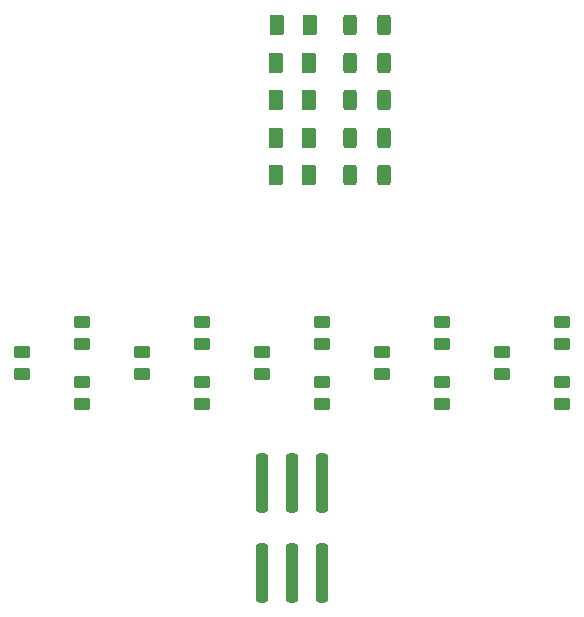
<source format=gbr>
%TF.GenerationSoftware,KiCad,Pcbnew,9.0.6*%
%TF.CreationDate,2025-11-09T23:23:57-08:00*%
%TF.ProjectId,mfzh25_token,6d667a68-3235-45f7-946f-6b656e2e6b69,rev?*%
%TF.SameCoordinates,Original*%
%TF.FileFunction,Paste,Bot*%
%TF.FilePolarity,Positive*%
%FSLAX46Y46*%
G04 Gerber Fmt 4.6, Leading zero omitted, Abs format (unit mm)*
G04 Created by KiCad (PCBNEW 9.0.6) date 2025-11-09 23:23:57*
%MOMM*%
%LPD*%
G01*
G04 APERTURE LIST*
G04 Aperture macros list*
%AMRoundRect*
0 Rectangle with rounded corners*
0 $1 Rounding radius*
0 $2 $3 $4 $5 $6 $7 $8 $9 X,Y pos of 4 corners*
0 Add a 4 corners polygon primitive as box body*
4,1,4,$2,$3,$4,$5,$6,$7,$8,$9,$2,$3,0*
0 Add four circle primitives for the rounded corners*
1,1,$1+$1,$2,$3*
1,1,$1+$1,$4,$5*
1,1,$1+$1,$6,$7*
1,1,$1+$1,$8,$9*
0 Add four rect primitives between the rounded corners*
20,1,$1+$1,$2,$3,$4,$5,0*
20,1,$1+$1,$4,$5,$6,$7,0*
20,1,$1+$1,$6,$7,$8,$9,0*
20,1,$1+$1,$8,$9,$2,$3,0*%
G04 Aperture macros list end*
%ADD10RoundRect,0.250000X0.450000X-0.262500X0.450000X0.262500X-0.450000X0.262500X-0.450000X-0.262500X0*%
%ADD11RoundRect,0.250000X0.375000X0.625000X-0.375000X0.625000X-0.375000X-0.625000X0.375000X-0.625000X0*%
%ADD12RoundRect,0.250000X-0.450000X0.262500X-0.450000X-0.262500X0.450000X-0.262500X0.450000X0.262500X0*%
%ADD13RoundRect,0.250000X-0.312500X-0.625000X0.312500X-0.625000X0.312500X0.625000X-0.312500X0.625000X0*%
%ADD14RoundRect,0.250000X-0.260000X2.250000X-0.260000X-2.250000X0.260000X-2.250000X0.260000X2.250000X0*%
G04 APERTURE END LIST*
D10*
%TO.C,R13*%
X63500000Y-122832500D03*
X63500000Y-121007500D03*
%TD*%
D11*
%TO.C,D1*%
X72520000Y-108585000D03*
X69720000Y-108585000D03*
%TD*%
D12*
%TO.C,R10*%
X83820000Y-121007500D03*
X83820000Y-122832500D03*
%TD*%
D13*
%TO.C,R4*%
X76007500Y-95885000D03*
X78932500Y-95885000D03*
%TD*%
D10*
%TO.C,R20*%
X53340000Y-121007500D03*
X53340000Y-122832500D03*
%TD*%
%TO.C,R18*%
X63500000Y-127912500D03*
X63500000Y-126087500D03*
%TD*%
D11*
%TO.C,D2*%
X72520000Y-102235000D03*
X69720000Y-102235000D03*
%TD*%
%TO.C,D3*%
X72520000Y-99060000D03*
X69720000Y-99060000D03*
%TD*%
D10*
%TO.C,R12*%
X68580000Y-123547500D03*
X68580000Y-125372500D03*
%TD*%
D14*
%TO.C,J2*%
X68580000Y-134640000D03*
X68580000Y-142240000D03*
X71120000Y-134640000D03*
X71120000Y-142240000D03*
X73660000Y-134640000D03*
X73660000Y-142240000D03*
%TD*%
D10*
%TO.C,R11*%
X78740000Y-125372500D03*
X78740000Y-123547500D03*
%TD*%
D12*
%TO.C,R9*%
X83820000Y-127912500D03*
X83820000Y-126087500D03*
%TD*%
D10*
%TO.C,R14*%
X73660000Y-122832500D03*
X73660000Y-121007500D03*
%TD*%
D13*
%TO.C,R5*%
X76007500Y-99060000D03*
X78932500Y-99060000D03*
%TD*%
D10*
%TO.C,R19*%
X53340000Y-126087500D03*
X53340000Y-127912500D03*
%TD*%
D11*
%TO.C,D5*%
X69720000Y-105410000D03*
X72520000Y-105410000D03*
%TD*%
D10*
%TO.C,R17*%
X58420000Y-125372500D03*
X58420000Y-123547500D03*
%TD*%
D12*
%TO.C,R6*%
X88900000Y-125372500D03*
X88900000Y-123547500D03*
%TD*%
%TO.C,R7*%
X93980000Y-127912500D03*
X93980000Y-126087500D03*
%TD*%
D13*
%TO.C,R1*%
X76007500Y-105410000D03*
X78932500Y-105410000D03*
%TD*%
%TO.C,R3*%
X76007500Y-102235000D03*
X78932500Y-102235000D03*
%TD*%
D10*
%TO.C,R16*%
X48260000Y-123547500D03*
X48260000Y-125372500D03*
%TD*%
%TO.C,R15*%
X73660000Y-127912500D03*
X73660000Y-126087500D03*
%TD*%
D13*
%TO.C,R2*%
X76007500Y-108585000D03*
X78932500Y-108585000D03*
%TD*%
D11*
%TO.C,D4*%
X72650000Y-95885000D03*
X69850000Y-95885000D03*
%TD*%
D12*
%TO.C,R8*%
X93980000Y-122832500D03*
X93980000Y-121007500D03*
%TD*%
M02*

</source>
